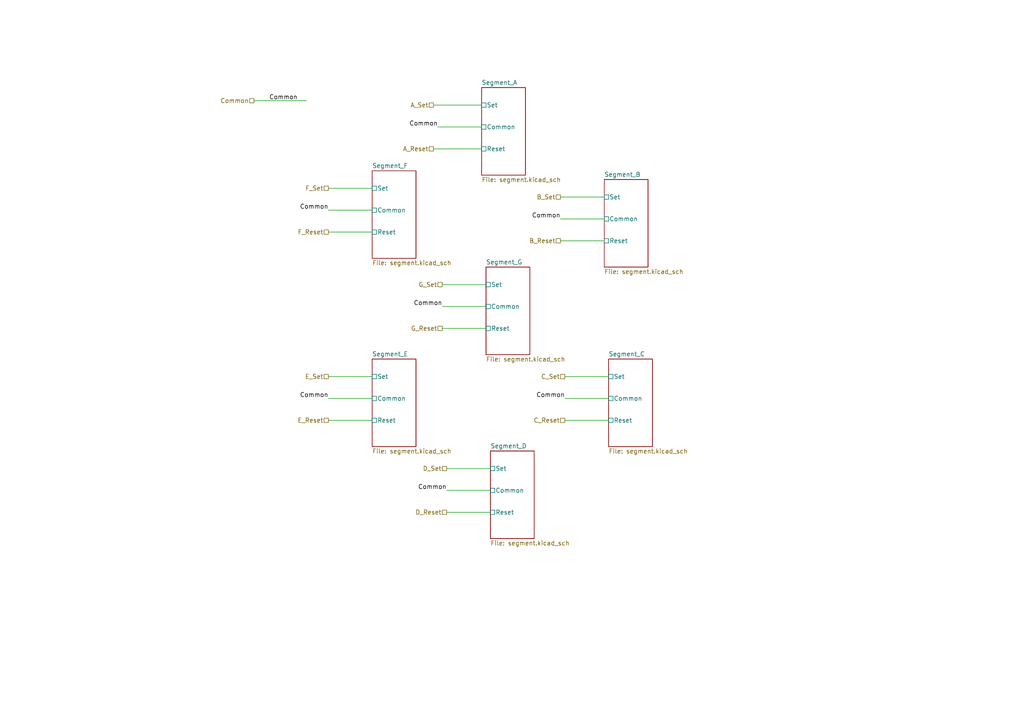
<source format=kicad_sch>
(kicad_sch (version 20230121) (generator eeschema)
  (paper "A4")
  (lib_symbols)
  (wire (pts (xy 163.83 109.22) (xy 176.53 109.22)))
  (wire (pts (xy 129.54 135.89) (xy 142.24 135.89)))
  (wire (pts (xy 163.83 115.57) (xy 176.53 115.57)))
  (wire (pts (xy 95.25 54.61) (xy 107.95 54.61)))
  (wire (pts (xy 127 36.83) (xy 139.7 36.83)))
  (wire (pts (xy 162.56 69.85) (xy 175.26 69.85)))
  (wire (pts (xy 162.56 63.5) (xy 175.26 63.5)))
  (wire (pts (xy 125.73 30.48) (xy 139.7 30.48)))
  (wire (pts (xy 128.27 88.9) (xy 140.97 88.9)))
  (wire (pts (xy 128.27 95.25) (xy 140.97 95.25)))
  (wire (pts (xy 128.27 82.55) (xy 140.97 82.55)))
  (wire (pts (xy 95.25 60.96) (xy 107.95 60.96)))
  (wire (pts (xy 163.83 121.92) (xy 176.53 121.92)))
  (wire (pts (xy 162.56 57.15) (xy 175.26 57.15)))
  (wire (pts (xy 95.25 121.92) (xy 107.95 121.92)))
  (wire (pts (xy 73.66 29.21) (xy 88.9 29.21)))
  (wire (pts (xy 129.54 148.59) (xy 142.24 148.59)))
  (wire (pts (xy 125.73 43.18) (xy 139.7 43.18)))
  (wire (pts (xy 95.25 115.57) (xy 107.95 115.57)))
  (wire (pts (xy 95.25 109.22) (xy 107.95 109.22)))
  (wire (pts (xy 129.54 142.24) (xy 142.24 142.24)))
  (wire (pts (xy 95.25 67.31) (xy 107.95 67.31)))
  (label "Common" (at 129.54 142.24 180))
  (label "Common" (at 128.27 88.9 180))
  (label "Common" (at 163.83 115.57 180))
  (label "Common" (at 95.25 115.57 180))
  (label "Common" (at 127 36.83 180))
  (label "Common" (at 95.25 60.96 180))
  (label "Common" (at 162.56 63.5 180))
  (label "Common" (at 86.36 29.21 180))
  (hierarchical_label "F_Set" (shape passive) (at 95.25 54.61 180))
  (hierarchical_label "A_Set" (shape passive) (at 125.73 30.48 180))
  (hierarchical_label "C_Reset" (shape passive) (at 163.83 121.92 180))
  (hierarchical_label "Common" (shape passive) (at 73.66 29.21 180))
  (hierarchical_label "B_Reset" (shape passive) (at 162.56 69.85 180))
  (hierarchical_label "E_Set" (shape passive) (at 95.25 109.22 180))
  (hierarchical_label "D_Reset" (shape passive) (at 129.54 148.59 180))
  (hierarchical_label "B_Set" (shape passive) (at 162.56 57.15 180))
  (hierarchical_label "G_Reset" (shape passive) (at 128.27 95.25 180))
  (hierarchical_label "D_Set" (shape passive) (at 129.54 135.89 180))
  (hierarchical_label "C_Set" (shape passive) (at 163.83 109.22 180))
  (hierarchical_label "A_Reset" (shape passive) (at 125.73 43.18 180))
  (hierarchical_label "F_Reset" (shape passive) (at 95.25 67.31 180))
  (hierarchical_label "E_Reset" (shape passive) (at 95.25 121.92 180))
  (hierarchical_label "G_Set" (shape passive) (at 128.27 82.55 180))
  (sheet (at 140.97 77.47) (size 12.7 25.4) (stroke (width 0.1524))
    (property "Sheetname" "Segment_G" (at 140.97 76.7584 0) (effects (justify left bottom)))
    (property "Sheetfile" "segment.kicad_sch" (at 140.97 103.4546 0) (effects (justify left top)))
    (pin "Common" passive (at 140.97 88.9 180))
    (pin "Set" passive (at 140.97 82.55 180))
    (pin "Reset" passive (at 140.97 95.25 180))
  )
  (sheet (at 175.26 52.07) (size 12.7 25.4) (stroke (width 0.1524))
    (property "Sheetname" "Segment_B" (at 175.26 51.3584 0) (effects (justify left bottom)))
    (property "Sheetfile" "segment.kicad_sch" (at 175.26 78.0546 0) (effects (justify left top)))
    (pin "Common" passive (at 175.26 63.5 180))
    (pin "Set" passive (at 175.26 57.15 180))
    (pin "Reset" passive (at 175.26 69.85 180))
  )
  (sheet (at 139.7 25.4) (size 12.7 25.4) (stroke (width 0.1524))
    (property "Sheetname" "Segment_A" (at 139.7 24.6884 0) (effects (justify left bottom)))
    (property "Sheetfile" "segment.kicad_sch" (at 139.7 51.3846 0) (effects (justify left top)))
    (pin "Common" passive (at 139.7 36.83 180))
    (pin "Set" passive (at 139.7 30.48 180))
    (pin "Reset" passive (at 139.7 43.18 180))
  )
  (sheet (at 142.24 130.81) (size 12.7 25.4) (stroke (width 0.1524))
    (property "Sheetname" "Segment_D" (at 142.24 130.0984 0) (effects (justify left bottom)))
    (property "Sheetfile" "segment.kicad_sch" (at 142.24 156.7946 0) (effects (justify left top)))
    (pin "Common" passive (at 142.24 142.24 180))
    (pin "Set" passive (at 142.24 135.89 180))
    (pin "Reset" passive (at 142.24 148.59 180))
  )
  (sheet (at 176.53 104.14) (size 12.7 25.4) (stroke (width 0.1524))
    (property "Sheetname" "Segment_C" (at 176.53 103.4284 0) (effects (justify left bottom)))
    (property "Sheetfile" "segment.kicad_sch" (at 176.53 130.1246 0) (effects (justify left top)))
    (pin "Common" passive (at 176.53 115.57 180))
    (pin "Set" passive (at 176.53 109.22 180))
    (pin "Reset" passive (at 176.53 121.92 180))
  )
  (sheet (at 107.95 104.14) (size 12.7 25.4) (stroke (width 0.1524))
    (property "Sheetname" "Segment_E" (at 107.95 103.4284 0) (effects (justify left bottom)))
    (property "Sheetfile" "segment.kicad_sch" (at 107.95 130.1246 0) (effects (justify left top)))
    (pin "Common" passive (at 107.95 115.57 180))
    (pin "Set" passive (at 107.95 109.22 180))
    (pin "Reset" passive (at 107.95 121.92 180))
  )
  (sheet (at 107.95 49.53) (size 12.7 25.4) (stroke (width 0.1524))
    (property "Sheetname" "Segment_F" (at 107.95 48.8184 0) (effects (justify left bottom)))
    (property "Sheetfile" "segment.kicad_sch" (at 107.95 75.5146 0) (effects (justify left top)))
    (pin "Common" passive (at 107.95 60.96 180))
    (pin "Set" passive (at 107.95 54.61 180))
    (pin "Reset" passive (at 107.95 67.31 180))
  )
)
</source>
